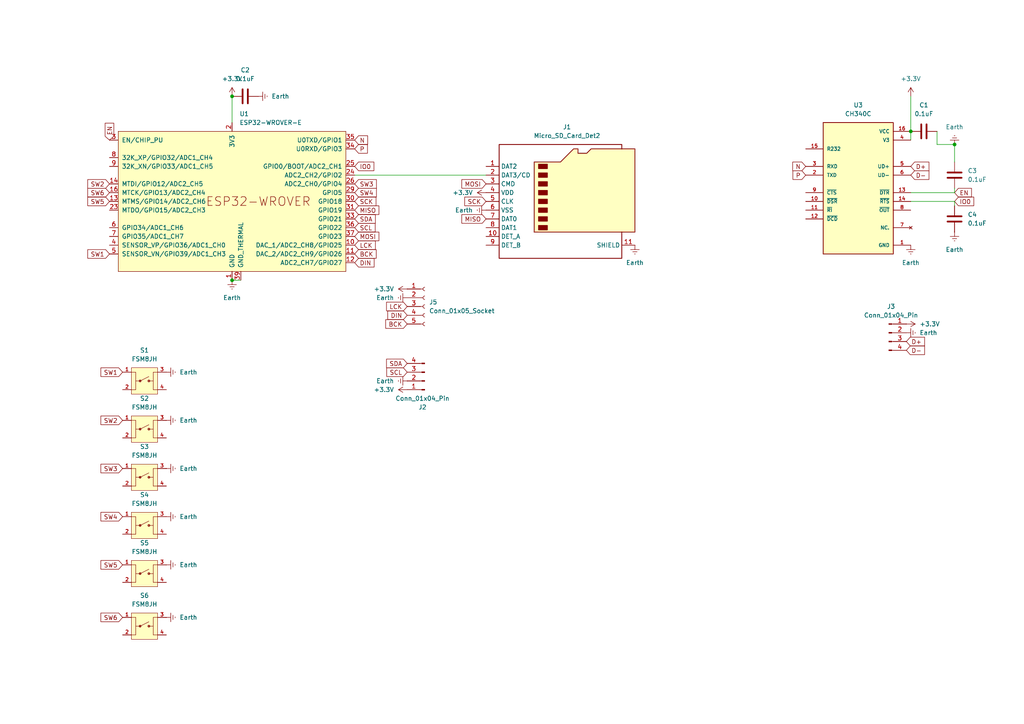
<source format=kicad_sch>
(kicad_sch (version 20250114) (generator "eeschema") (generator_version "9.0")
  (paper "A4")
  (lib_symbols
    (symbol "CH340C:CH340C" (pin_names (offset 1.016))
      (property "Reference" "U" (at -10.16 20.955 0))
      (property "Value" "CH340C" (at -10.16 -20.32 0))
      (symbol "CH340C_0_0"
        (rectangle (start -10.16 -17.78) (end 10.16 20.32) (stroke (width 0.254)) (fill (type background)))
        (pin input line (at -15.24 12.7 0) (length 5.08) (name "R232") (number "15"))
        (pin input line (at -15.24 7.62 0) (length 5.08) (name "RXD") (number "3"))
        (pin output line (at -15.24 5.08 0) (length 5.08) (name "TXD") (number "2"))
        (pin input line (at -15.24 0 0) (length 5.08) (name "~{CTS}") (number "9"))
        (pin input line (at -15.24 -2.54 0) (length 5.08) (name "~{DSR}") (number "10"))
        (pin input line (at -15.24 -5.08 0) (length 5.08) (name "~{RI}") (number "11"))
        (pin input line (at -15.24 -7.62 0) (length 5.08) (name "~{DCD}") (number "12"))
        (pin power_in line (at 15.24 17.78 180) (length 5.08) (name "VCC") (number "16"))
        (pin power_in line (at 15.24 15.24 180) (length 5.08) (name "V3") (number "4"))
        (pin bidirectional line (at 15.24 7.62 180) (length 5.08) (name "UD+") (number "5"))
        (pin bidirectional line (at 15.24 5.08 180) (length 5.08) (name "UD-") (number "6"))
        (pin output line (at 15.24 0 180) (length 5.08) (name "~{DTR}") (number "13"))
        (pin output line (at 15.24 -2.54 180) (length 5.08) (name "~{RTS}") (number "14"))
        (pin output line (at 15.24 -5.08 180) (length 5.08) (name "~{OUT}") (number "8"))
        (pin no_connect line (at 15.24 -10.16 180) (length 5.08) (name "NC.") (number "7"))
        (pin power_in line (at 15.24 -15.24 180) (length 5.08) (name "GND") (number "1"))
      )
    )
    (symbol "Connector:Conn_01x04_Pin" (pin_names (offset 1.016) (hide yes))
      (property "Reference" "J" (at 0 5.08 0))
      (property "Value" "Conn_01x04_Pin" (at 0 -7.62 0))
      (symbol "Conn_01x04_Pin_1_1"
        (rectangle (start 0.8636 2.667) (end 0 2.413) (stroke (width 0.1524)) (fill (type outline)))
        (rectangle (start 0.8636 0.127) (end 0 -0.127) (stroke (width 0.1524)) (fill (type outline)))
        (rectangle (start 0.8636 -2.413) (end 0 -2.667) (stroke (width 0.1524)) (fill (type outline)))
        (rectangle (start 0.8636 -4.953) (end 0 -5.207) (stroke (width 0.1524)) (fill (type outline)))
        (polyline (pts (xy 1.27 2.54) (xy 0.8636 2.54)) (stroke (width 0.1524)))
        (polyline (pts (xy 1.27 0) (xy 0.8636 0)) (stroke (width 0.1524)))
        (polyline (pts (xy 1.27 -2.54) (xy 0.8636 -2.54)) (stroke (width 0.1524)))
        (polyline (pts (xy 1.27 -5.08) (xy 0.8636 -5.08)) (stroke (width 0.1524)))
        (pin passive line (at 5.08 2.54 180) (length 3.81) (name "Pin_1") (number "1"))
        (pin passive line (at 5.08 0 180) (length 3.81) (name "Pin_2") (number "2"))
        (pin passive line (at 5.08 -2.54 180) (length 3.81) (name "Pin_3") (number "3"))
        (pin passive line (at 5.08 -5.08 180) (length 3.81) (name "Pin_4") (number "4"))
      )
    )
    (symbol "Connector:Conn_01x05_Socket" (pin_names (offset 1.016) (hide yes))
      (property "Reference" "J" (at 0 7.62 0))
      (property "Value" "Conn_01x05_Socket" (at 0 -7.62 0))
      (symbol "Conn_01x05_Socket_1_1"
        (polyline (pts (xy -1.27 5.08) (xy -0.508 5.08)) (stroke (width 0.1524)))
        (polyline (pts (xy -1.27 2.54) (xy -0.508 2.54)) (stroke (width 0.1524)))
        (polyline (pts (xy -1.27 0) (xy -0.508 0)) (stroke (width 0.1524)))
        (polyline (pts (xy -1.27 -2.54) (xy -0.508 -2.54)) (stroke (width 0.1524)))
        (polyline (pts (xy -1.27 -5.08) (xy -0.508 -5.08)) (stroke (width 0.1524)))
        (arc (start 0 4.572) (mid -0.5058 5.08) (end 0 5.588) (stroke (width 0.1524)))
        (arc (start 0 2.032) (mid -0.5058 2.54) (end 0 3.048) (stroke (width 0.1524)))
        (arc (start 0 -0.508) (mid -0.5058 0) (end 0 0.508) (stroke (width 0.1524)))
        (arc (start 0 -3.048) (mid -0.5058 -2.54) (end 0 -2.032) (stroke (width 0.1524)))
        (arc (start 0 -5.588) (mid -0.5058 -5.08) (end 0 -4.572) (stroke (width 0.1524)))
        (pin passive line (at -5.08 5.08 0) (length 3.81) (name "Pin_1") (number "1"))
        (pin passive line (at -5.08 2.54 0) (length 3.81) (name "Pin_2") (number "2"))
        (pin passive line (at -5.08 0 0) (length 3.81) (name "Pin_3") (number "3"))
        (pin passive line (at -5.08 -2.54 0) (length 3.81) (name "Pin_4") (number "4"))
        (pin passive line (at -5.08 -5.08 0) (length 3.81) (name "Pin_5") (number "5"))
      )
    )
    (symbol "Connector:Micro_SD_Card_Det2"
      (property "Reference" "J" (at -16.51 17.78 0))
      (property "Value" "Micro_SD_Card_Det2" (at 16.51 17.78 0))
      (symbol "Micro_SD_Card_Det2_0_1"
        (polyline (pts (xy -8.89 -8.89) (xy -8.89 11.43) (xy -1.27 11.43) (xy 2.54 15.24) (xy 3.81 15.24) (xy 3.81 13.97) (xy 6.35 13.97) (xy 7.62 15.24) (xy 20.32 15.24) (xy 20.32 -8.89) (xy -8.89 -8.89)) (stroke (width 0.254)) (fill (type background)))
        (rectangle (start -7.62 10.795) (end -5.08 9.525) (stroke (width 0.254)) (fill (type outline)))
        (rectangle (start -7.62 8.255) (end -5.08 6.985) (stroke (width 0.254)) (fill (type outline)))
        (rectangle (start -7.62 5.715) (end -5.08 4.445) (stroke (width 0.254)) (fill (type outline)))
        (rectangle (start -7.62 3.175) (end -5.08 1.905) (stroke (width 0.254)) (fill (type outline)))
        (rectangle (start -7.62 0.635) (end -5.08 -0.635) (stroke (width 0.254)) (fill (type outline)))
        (rectangle (start -7.62 -1.905) (end -5.08 -3.175) (stroke (width 0.254)) (fill (type outline)))
        (rectangle (start -7.62 -4.445) (end -5.08 -5.715) (stroke (width 0.254)) (fill (type outline)))
        (rectangle (start -7.62 -6.985) (end -5.08 -8.255) (stroke (width 0.254)) (fill (type outline)))
        (polyline (pts (xy 16.51 15.24) (xy 16.51 16.51) (xy -19.05 16.51) (xy -19.05 -16.51) (xy 16.51 -16.51) (xy 16.51 -8.89)) (stroke (width 0.254)))
      )
      (symbol "Micro_SD_Card_Det2_1_1"
        (pin bidirectional line (at -22.86 10.16 0) (length 3.81) (name "DAT2") (number "1"))
        (pin bidirectional line (at -22.86 7.62 0) (length 3.81) (name "DAT3/CD") (number "2"))
        (pin input line (at -22.86 5.08 0) (length 3.81) (name "CMD") (number "3"))
        (pin power_in line (at -22.86 2.54 0) (length 3.81) (name "VDD") (number "4"))
        (pin input line (at -22.86 0 0) (length 3.81) (name "CLK") (number "5"))
        (pin power_in line (at -22.86 -2.54 0) (length 3.81) (name "VSS") (number "6"))
        (pin bidirectional line (at -22.86 -5.08 0) (length 3.81) (name "DAT0") (number "7"))
        (pin bidirectional line (at -22.86 -7.62 0) (length 3.81) (name "DAT1") (number "8"))
        (pin passive line (at -22.86 -10.16 0) (length 3.81) (name "DET_A") (number "10"))
        (pin passive line (at -22.86 -12.7 0) (length 3.81) (name "DET_B") (number "9"))
        (pin passive line (at 20.32 -12.7 180) (length 3.81) (name "SHIELD") (number "11"))
      )
    )
    (symbol "Device:C" (pin_numbers (hide yes)) (pin_names (offset 0.254))
      (property "Reference" "C" (at 0.635 2.54 0))
      (property "Value" "C" (at 0.635 -2.54 0))
      (symbol "C_0_1"
        (polyline (pts (xy -2.032 0.762) (xy 2.032 0.762)) (stroke (width 0.508)))
        (polyline (pts (xy -2.032 -0.762) (xy 2.032 -0.762)) (stroke (width 0.508)))
      )
      (symbol "C_1_1"
        (pin passive line (at 0 3.81 270) (length 2.794) (name "~") (number "1"))
        (pin passive line (at 0 -3.81 90) (length 2.794) (name "~") (number "2"))
      )
    )
    (symbol "PCM_Espressif:ESP32-WROVER-E" (pin_names (offset 1.016))
      (property "Reference" "U" (at -30.48 25.4 0))
      (property "Value" "ESP32-WROVER-E" (at -30.48 22.86 0))
      (symbol "ESP32-WROVER-E_0_1"
        (rectangle (start -33.02 20.32) (end 33.02 -20.32) (fill (type background)))
      )
      (symbol "ESP32-WROVER-E_1_1"
        (text "ESP32-­WROVER" (at 7.62 0 0) (effects (font (size 2.54 2.54))))
        (pin input line (at -35.56 17.78 0) (length 2.54) (name "EN/CHIP_PU") (number "3"))
        (pin bidirectional line (at -35.56 12.7 0) (length 2.54) (name "32K_XP/GPIO32/ADC1_CH4") (number "8"))
        (pin bidirectional line (at -35.56 10.16 0) (length 2.54) (name "32K_XN/GPIO33/ADC1_CH5") (number "9"))
        (pin bidirectional line (at -35.56 5.08 0) (length 2.54) (name "MTDI/GPIO12/ADC2_CH5") (number "14"))
        (pin bidirectional line (at -35.56 2.54 0) (length 2.54) (name "MTCK/GPIO13/ADC2_CH4") (number "16"))
        (pin bidirectional line (at -35.56 0 0) (length 2.54) (name "MTMS/GPIO14/ADC2_CH6") (number "13"))
        (pin bidirectional line (at -35.56 -2.54 0) (length 2.54) (name "MTDO/GPIO15/ADC2_CH3") (number "23"))
        (pin input line (at -35.56 -7.62 0) (length 2.54) (name "GPIO34/ADC1_CH6") (number "6"))
        (pin input line (at -35.56 -10.16 0) (length 2.54) (name "GPIO35/ADC1_CH7") (number "7"))
        (pin input line (at -35.56 -12.7 0) (length 2.54) (name "SENSOR_VP/GPIO36/ADC1_CH0") (number "4"))
        (pin input line (at -35.56 -15.24 0) (length 2.54) (name "SENSOR_VN/GPIO39/ADC1_CH3") (number "5"))
        (pin power_in line (at 0 22.86 270) (length 2.54) (name "3V3") (number "2"))
        (pin power_in line (at 0 -22.86 90) (length 2.54) (name "GND") (number "1"))
        (pin passive line (at 0 -22.86 90) (length 2.54) (hide yes) (name "GND") (number "15"))
        (pin passive line (at 0 -22.86 90) (length 2.54) (hide yes) (name "GND") (number "38"))
        (pin power_in line (at 2.54 -22.86 90) (length 2.54) (name "GND_THERMAL") (number "39"))
        (pin bidirectional line (at 35.56 17.78 180) (length 2.54) (name "U0TXD/GPIO1") (number "35"))
        (pin bidirectional line (at 35.56 15.24 180) (length 2.54) (name "U0RXD/GPIO3") (number "34"))
        (pin bidirectional line (at 35.56 10.16 180) (length 2.54) (name "GPIO0/BOOT/ADC2_CH1") (number "25"))
        (pin bidirectional line (at 35.56 7.62 180) (length 2.54) (name "ADC2_CH2/GPIO2") (number "24"))
        (pin bidirectional line (at 35.56 5.08 180) (length 2.54) (name "ADC2_CH0/GPIO4") (number "26"))
        (pin bidirectional line (at 35.56 2.54 180) (length 2.54) (name "GPIO5") (number "29"))
        (pin bidirectional line (at 35.56 0 180) (length 2.54) (name "GPIO18") (number "30"))
        (pin bidirectional line (at 35.56 -2.54 180) (length 2.54) (name "GPIO19") (number "31"))
        (pin bidirectional line (at 35.56 -5.08 180) (length 2.54) (name "GPIO21") (number "33"))
        (pin bidirectional line (at 35.56 -7.62 180) (length 2.54) (name "GPIO22") (number "36"))
        (pin bidirectional line (at 35.56 -10.16 180) (length 2.54) (name "GPIO23") (number "37"))
        (pin bidirectional line (at 35.56 -12.7 180) (length 2.54) (name "DAC_1/ADC2_CH8/GPIO25") (number "10"))
        (pin bidirectional line (at 35.56 -15.24 180) (length 2.54) (name "DAC_2/ADC2_CH9/GPIO26") (number "11"))
        (pin bidirectional line (at 35.56 -17.78 180) (length 2.54) (name "ADC2_CH7/GPIO27") (number "12"))
      )
    )
    (symbol "Push Button:FSM8JH" (pin_names (offset 1.016))
      (property "Reference" "S" (at -4.3222 4.068 0))
      (property "Value" "FSM8JH" (at -4.0644 -5.3346 0))
      (symbol "FSM8JH_0_0"
        (polyline (pts (xy -3.81 2.54) (xy -2.54 2.54)) (stroke (width 0.127)))
        (rectangle (start -3.81 -3.81) (end 3.81 3.81) (stroke (width 0.127)) (fill (type background)))
        (polyline (pts (xy -2.54 2.54) (xy -2.54 -2.54)) (stroke (width 0.127)))
        (polyline (pts (xy -2.54 0) (xy -1.27 0)) (stroke (width 0.127)))
        (polyline (pts (xy -2.54 -2.54) (xy -3.81 -2.54)) (stroke (width 0.127)))
        (circle (center -1.27 0) (radius 0.254) (stroke (width 0.2159)))
        (polyline (pts (xy -1.27 0) (xy 1.27 1.27)) (stroke (width 0.127)))
        (polyline (pts (xy 1.27 0) (xy 2.54 0)) (stroke (width 0.127)))
        (circle (center 1.27 0) (radius 0.254) (stroke (width 0.2159)))
        (polyline (pts (xy 2.54 2.54) (xy 2.54 -2.54)) (stroke (width 0.127)))
        (polyline (pts (xy 2.54 -2.54) (xy 3.81 -2.54)) (stroke (width 0.127)))
        (polyline (pts (xy 3.81 2.54) (xy 2.54 2.54)) (stroke (width 0.127)))
        (pin passive line (at -6.35 2.54 0) (length 2.54) (name "~") (number "1"))
        (pin passive line (at -6.35 -2.54 0) (length 2.54) (name "~") (number "2"))
        (pin passive line (at 6.35 2.54 180) (length 2.54) (name "~") (number "3"))
        (pin passive line (at 6.35 -2.54 180) (length 2.54) (name "~") (number "4"))
      )
    )
    (symbol "power:+3.3V" (power) (pin_numbers (hide yes)) (pin_names (offset 0) (hide yes))
      (property "Value" "+3.3V" (at 0 3.556 0))
      (symbol "+3.3V_0_1"
        (polyline (pts (xy -0.762 1.27) (xy 0 2.54)))
        (polyline (pts (xy 0 2.54) (xy 0.762 1.27)))
        (polyline (pts (xy 0 0) (xy 0 2.54)))
      )
      (symbol "+3.3V_1_1"
        (pin power_in line (at 0 0 90) (length 0) (name "~") (number "1"))
      )
    )
    (symbol "power:Earth" (power) (pin_numbers (hide yes)) (pin_names (offset 0) (hide yes))
      (property "Value" "Earth" (at 0 -3.81 0))
      (symbol "Earth_0_1"
        (polyline (pts (xy -0.635 -1.905) (xy 0.635 -1.905)))
        (polyline (pts (xy -0.127 -2.54) (xy 0.127 -2.54)))
        (polyline (pts (xy 0 -1.27) (xy 0 0)))
        (polyline (pts (xy 1.27 -1.27) (xy -1.27 -1.27)))
      )
      (symbol "Earth_1_1"
        (pin power_in line (at 0 0 270) (length 0) (name "~") (number "1"))
      )
    )
  )
  (junction (at 67.31 81.28))
  (junction (at 264.16 38.1))
  (junction (at 276.86 41.91))
  (junction (at 67.31 27.94))
  (wire (pts (xy 102.87 50.8) (xy 140.97 50.8)))
  (wire (pts (xy 276.86 58.42) (xy 276.86 59.69)))
  (wire (pts (xy 264.16 55.88) (xy 276.86 55.88)))
  (wire (pts (xy 276.86 55.88) (xy 276.86 54.61)))
  (wire (pts (xy 264.16 38.1) (xy 264.16 40.64)))
  (wire (pts (xy 264.16 58.42) (xy 276.86 58.42)))
  (wire (pts (xy 67.31 27.94) (xy 67.31 35.56)))
  (wire (pts (xy 271.78 38.1) (xy 271.78 41.91)))
  (wire (pts (xy 264.16 27.94) (xy 264.16 38.1)))
  (wire (pts (xy 271.78 41.91) (xy 276.86 41.91)))
  (wire (pts (xy 276.86 41.91) (xy 276.86 46.99)))
  (wire (pts (xy 67.31 81.28) (xy 69.85 81.28)))
  (global_label "LCK" (shape input) (at 118.11 88.9 180) (property "Intersheetrefs" "${INTERSHEET_REFS}" (effects (hide yes))))
  (global_label "SW4" (shape input) (at 35.56 149.86 180) (property "Intersheetrefs" "${INTERSHEET_REFS}" (effects (hide yes))))
  (global_label "D+" (shape input) (at 264.16 48.26 0) (property "Intersheetrefs" "${INTERSHEET_REFS}" (effects (hide yes))))
  (global_label "SW1" (shape input) (at 31.75 73.66 180) (property "Intersheetrefs" "${INTERSHEET_REFS}" (effects (hide yes))))
  (global_label "BCK" (shape input) (at 102.87 73.66 0) (property "Intersheetrefs" "${INTERSHEET_REFS}" (effects (hide yes))))
  (global_label "SDA" (shape input) (at 102.87 63.5 0) (property "Intersheetrefs" "${INTERSHEET_REFS}" (effects (hide yes))))
  (global_label "SW2" (shape input) (at 31.75 53.34 180) (property "Intersheetrefs" "${INTERSHEET_REFS}" (effects (hide yes))))
  (global_label "MISO" (shape input) (at 102.87 60.96 0) (property "Intersheetrefs" "${INTERSHEET_REFS}" (effects (hide yes))))
  (global_label "SW1" (shape input) (at 35.56 107.95 180) (property "Intersheetrefs" "${INTERSHEET_REFS}" (effects (hide yes))))
  (global_label "MISO" (shape input) (at 140.97 63.5 180) (property "Intersheetrefs" "${INTERSHEET_REFS}" (effects (hide yes))))
  (global_label "N" (shape input) (at 233.68 48.26 180) (property "Intersheetrefs" "${INTERSHEET_REFS}" (effects (hide yes))))
  (global_label "LCK" (shape input) (at 102.87 71.12 0) (property "Intersheetrefs" "${INTERSHEET_REFS}" (effects (hide yes))))
  (global_label "SW4" (shape input) (at 102.87 55.88 0) (property "Intersheetrefs" "${INTERSHEET_REFS}" (effects (hide yes))))
  (global_label "DIN" (shape input) (at 118.11 91.44 180) (property "Intersheetrefs" "${INTERSHEET_REFS}" (effects (hide yes))))
  (global_label "IO0" (shape input) (at 276.86 58.42 0) (property "Intersheetrefs" "${INTERSHEET_REFS}" (effects (hide yes))))
  (global_label "D+" (shape input) (at 262.89 99.06 0) (property "Intersheetrefs" "${INTERSHEET_REFS}" (effects (hide yes))))
  (global_label "SCK" (shape input) (at 102.87 58.42 0) (property "Intersheetrefs" "${INTERSHEET_REFS}" (effects (hide yes))))
  (global_label "P" (shape input) (at 233.68 50.8 180) (property "Intersheetrefs" "${INTERSHEET_REFS}" (effects (hide yes))))
  (global_label "D-" (shape input) (at 262.89 101.6 0) (property "Intersheetrefs" "${INTERSHEET_REFS}" (effects (hide yes))))
  (global_label "SCL" (shape input) (at 102.87 66.04 0) (property "Intersheetrefs" "${INTERSHEET_REFS}" (effects (hide yes))))
  (global_label "BCK" (shape input) (at 118.11 93.98 180) (property "Intersheetrefs" "${INTERSHEET_REFS}" (effects (hide yes))))
  (global_label "SW6" (shape input) (at 31.75 55.88 180) (property "Intersheetrefs" "${INTERSHEET_REFS}" (effects (hide yes))))
  (global_label "SCL" (shape input) (at 118.11 107.95 180) (property "Intersheetrefs" "${INTERSHEET_REFS}" (effects (hide yes))))
  (global_label "SW5" (shape input) (at 31.75 58.42 180) (property "Intersheetrefs" "${INTERSHEET_REFS}" (effects (hide yes))))
  (global_label "SCK" (shape input) (at 140.97 58.42 180) (property "Intersheetrefs" "${INTERSHEET_REFS}" (effects (hide yes))))
  (global_label "SW2" (shape input) (at 35.56 121.92 180) (property "Intersheetrefs" "${INTERSHEET_REFS}" (effects (hide yes))))
  (global_label "P" (shape input) (at 102.87 43.18 0) (property "Intersheetrefs" "${INTERSHEET_REFS}" (effects (hide yes))))
  (global_label "MOSI" (shape input) (at 102.87 68.58 0) (property "Intersheetrefs" "${INTERSHEET_REFS}" (effects (hide yes))))
  (global_label "SW6" (shape input) (at 35.56 179.07 180) (property "Intersheetrefs" "${INTERSHEET_REFS}" (effects (hide yes))))
  (global_label "SDA" (shape input) (at 118.11 105.41 180) (property "Intersheetrefs" "${INTERSHEET_REFS}" (effects (hide yes))))
  (global_label "N" (shape input) (at 102.87 40.64 0) (property "Intersheetrefs" "${INTERSHEET_REFS}" (effects (hide yes))))
  (global_label "SW3" (shape input) (at 102.87 53.34 0) (property "Intersheetrefs" "${INTERSHEET_REFS}" (effects (hide yes))))
  (global_label "EN" (shape input) (at 31.75 40.64 90) (property "Intersheetrefs" "${INTERSHEET_REFS}" (effects (hide yes))))
  (global_label "IO0" (shape input) (at 102.87 48.26 0) (property "Intersheetrefs" "${INTERSHEET_REFS}" (effects (hide yes))))
  (global_label "D-" (shape input) (at 264.16 50.8 0) (property "Intersheetrefs" "${INTERSHEET_REFS}" (effects (hide yes))))
  (global_label "DIN" (shape input) (at 102.87 76.2 0) (property "Intersheetrefs" "${INTERSHEET_REFS}" (effects (hide yes))))
  (global_label "MOSI" (shape input) (at 140.97 53.34 180) (property "Intersheetrefs" "${INTERSHEET_REFS}" (effects (hide yes))))
  (global_label "SW5" (shape input) (at 35.56 163.83 180) (property "Intersheetrefs" "${INTERSHEET_REFS}" (effects (hide yes))))
  (global_label "EN" (shape input) (at 276.86 55.88 0) (property "Intersheetrefs" "${INTERSHEET_REFS}" (effects (hide yes))))
  (global_label "SW3" (shape input) (at 35.56 135.89 180) (property "Intersheetrefs" "${INTERSHEET_REFS}" (effects (hide yes))))
  (symbol (lib_id "power:+3.3V") (at 264.16 27.94 0) (unit 1)
    (property "Reference" "#PWR023" (effects (hide yes)))
    (property "Value" "+3.3V" (at 264.16 22.86 0))
    (property "Description" "Power symbol creates a global label with name \"+3.3V\"" (effects (hide yes)))
  )
  (symbol (lib_id "power:+3.3V") (at 140.97 55.88 90) (unit 1)
    (property "Reference" "#PWR06" (effects (hide yes)))
    (property "Value" "+3.3V" (at 137.16 55.8799 90) (effects (justify left)))
    (property "Description" "Power symbol creates a global label with name \"+3.3V\"" (effects (hide yes)))
  )
  (symbol (lib_id "power:Earth") (at 140.97 60.96 270) (unit 1)
    (property "Reference" "#PWR03" (effects (hide yes)))
    (property "Value" "Earth" (at 137.16 60.9599 90) (effects (justify right)))
    (property "Description" "Power symbol creates a global label with name \"Earth\"" (effects (hide yes)))
  )
  (symbol (lib_id "power:Earth") (at 184.15 71.12 0) (unit 1)
    (property "Reference" "#PWR01" (effects (hide yes)))
    (property "Value" "Earth" (at 184.15 76.2 0))
    (property "Description" "Power symbol creates a global label with name \"Earth\"" (effects (hide yes)))
  )
  (symbol (lib_id "Device:C") (at 71.12 27.94 90) (unit 1)
    (property "Reference" "C2" (at 71.12 20.32 90))
    (property "Value" "0.1uF" (at 71.12 22.86 90))
    (property "Footprint" "Capacitor_SMD:C_0805_2012Metric" (effects (hide yes)))
    (property "Description" "Unpolarized capacitor" (effects (hide yes)))
  )
  (symbol (lib_id "PCM_Espressif:ESP32-WROVER-E") (at 67.31 58.42 0) (unit 1)
    (property "Reference" "U1" (at 69.4533 33.02 0) (effects (justify left)))
    (property "Value" "ESP32-WROVER-E" (at 69.4533 35.56 0) (effects (justify left)))
    (property "Footprint" "PCM_Espressif:ESP32-WROVER-E" (effects (hide yes)))
    (property "Datasheet" "https://www.espressif.com/sites/default/files/documentation/esp32-wrover-e_esp32-wrover-ie_datasheet_en.pdf" (effects (hide yes)))
    (property "Description" "ESP32-WROVER-E and ESP32-WROVER-IE are two powerful, generic WiFi-BT-BLE MCU modules that target a wide variety of applications, ranging from low-power sensor networks to the most demanding tasks, such as voice encoding, music streaming and MP3 decoding. ESP32-WROVER-E comes with a PCB antenna, and ESP32-WROVER-IE with an IPEX antenna. They both featurea 4 MB external SPI flash and an additional 8 MB SPI Pseudo static RAM (PSRAM)." (effects (hide yes)))
  )
  (symbol (lib_id "power:Earth") (at 48.26 121.92 90) (unit 1)
    (property "Reference" "#PWR018" (effects (hide yes)))
    (property "Value" "Earth" (at 52.07 121.9199 90) (effects (justify right)))
    (property "Description" "Power symbol creates a global label with name \"Earth\"" (effects (hide yes)))
  )
  (symbol (lib_id "power:Earth") (at 262.89 96.52 90) (unit 1)
    (property "Reference" "#PWR011" (effects (hide yes)))
    (property "Value" "Earth" (at 266.7 96.5199 90) (effects (justify right)))
    (property "Description" "Power symbol creates a global label with name \"Earth\"" (effects (hide yes)))
  )
  (symbol (lib_id "Push Button:FSM8JH") (at 41.91 124.46 0) (unit 1)
    (property "Reference" "S2" (at 41.91 115.57 0))
    (property "Value" "FSM8JH" (at 41.91 118.11 0))
    (property "Footprint" "Push Button:SW_FSM8JH" (effects (hide yes)))
    (property "MF" "TE Connectivity" (effects (hide yes)))
    (property "Description_1" "Switch,Pushbutton,Tactile,SPST,Thru Hole,Vertical,6MM,Black | TE Connectivity FSM8JH" (effects (hide yes)))
    (property "Package" "None" (effects (hide yes)))
    (property "Price" "None" (effects (hide yes)))
    (property "Check_prices" "https://www.snapeda.com/parts/FSM8JH/TE+Connectivity+ALCOSWITCH+Switches/view-part/?ref=eda" (effects (hide yes)))
    (property "STANDARD" "MANUFACTURER RECOMMENDATIONS" (effects (hide yes)))
    (property "PARTREV" "C10" (effects (hide yes)))
    (property "SnapEDA_Link" "https://www.snapeda.com/parts/FSM8JH/TE+Connectivity+ALCOSWITCH+Switches/view-part/?ref=snap" (effects (hide yes)))
    (property "MP" "FSM8JH" (effects (hide yes)))
    (property "Availability" "In Stock" (effects (hide yes)))
    (property "MANUFACTURER" "TE CONNECTIVITY" (effects (hide yes)))
  )
  (symbol (lib_id "Push Button:FSM8JH") (at 41.91 110.49 0) (unit 1)
    (property "Reference" "S1" (at 41.91 101.6 0))
    (property "Value" "FSM8JH" (at 41.91 104.14 0))
    (property "Footprint" "Push Button:SW_FSM8JH" (effects (hide yes)))
    (property "MF" "TE Connectivity" (effects (hide yes)))
    (property "Description_1" "Switch,Pushbutton,Tactile,SPST,Thru Hole,Vertical,6MM,Black | TE Connectivity FSM8JH" (effects (hide yes)))
    (property "Package" "None" (effects (hide yes)))
    (property "Price" "None" (effects (hide yes)))
    (property "Check_prices" "https://www.snapeda.com/parts/FSM8JH/TE+Connectivity+ALCOSWITCH+Switches/view-part/?ref=eda" (effects (hide yes)))
    (property "STANDARD" "MANUFACTURER RECOMMENDATIONS" (effects (hide yes)))
    (property "PARTREV" "C10" (effects (hide yes)))
    (property "SnapEDA_Link" "https://www.snapeda.com/parts/FSM8JH/TE+Connectivity+ALCOSWITCH+Switches/view-part/?ref=snap" (effects (hide yes)))
    (property "MP" "FSM8JH" (effects (hide yes)))
    (property "Availability" "In Stock" (effects (hide yes)))
    (property "MANUFACTURER" "TE CONNECTIVITY" (effects (hide yes)))
  )
  (symbol (lib_id "power:Earth") (at 118.11 110.49 270) (unit 1)
    (property "Reference" "#PWR04" (effects (hide yes)))
    (property "Value" "Earth" (at 114.3 110.4901 90) (effects (justify right)))
    (property "Description" "Power symbol creates a global label with name \"Earth\"" (effects (hide yes)))
  )
  (symbol (lib_id "CH340C:CH340C") (at 248.92 55.88 0) (unit 1)
    (property "Reference" "U3" (at 248.92 30.48 0))
    (property "Value" "CH340C" (at 248.92 33.02 0))
    (property "Footprint" "CH340C:SOIC127P600X180-16N" (effects (hide yes)))
    (property "MF" "WCH" (effects (hide yes)))
    (property "MAXIMUM_PACKAGE_HEIGHT" "1.8 mm" (effects (hide yes)))
    (property "Package" "None" (effects (hide yes)))
    (property "Price" "None" (effects (hide yes)))
    (property "Check_prices" "https://www.snapeda.com/parts/CH340C/WCH/view-part/?ref=eda" (effects (hide yes)))
    (property "STANDARD" "IPC 7351B" (effects (hide yes)))
    (property "PARTREV" "2G" (effects (hide yes)))
    (property "SnapEDA_Link" "https://www.snapeda.com/parts/CH340C/WCH/view-part/?ref=snap" (effects (hide yes)))
    (property "MP" "CH340C" (effects (hide yes)))
    (property "Description_1" "USB to serial chip CH340" (effects (hide yes)))
    (property "Availability" "Not in stock" (effects (hide yes)))
    (property "MANUFACTURER" "WCH" (effects (hide yes)))
  )
  (symbol (lib_id "power:Earth") (at 48.26 163.83 90) (unit 1)
    (property "Reference" "#PWR021" (effects (hide yes)))
    (property "Value" "Earth" (at 52.07 163.8299 90) (effects (justify right)))
    (property "Description" "Power symbol creates a global label with name \"Earth\"" (effects (hide yes)))
  )
  (symbol (lib_id "power:Earth") (at 276.86 41.91 180) (unit 1)
    (property "Reference" "#PWR014" (effects (hide yes)))
    (property "Value" "Earth" (at 276.86 36.83 0))
    (property "Description" "Power symbol creates a global label with name \"Earth\"" (effects (hide yes)))
  )
  (symbol (lib_id "Device:C") (at 276.86 50.8 180) (unit 1)
    (property "Reference" "C3" (at 280.67 49.5299 0) (effects (justify right)))
    (property "Value" "0.1uF" (at 280.67 52.0699 0) (effects (justify right)))
    (property "Footprint" "Capacitor_SMD:C_0805_2012Metric" (effects (hide yes)))
    (property "Description" "Unpolarized capacitor" (effects (hide yes)))
  )
  (symbol (lib_id "Device:C") (at 267.97 38.1 90) (unit 1)
    (property "Reference" "C1" (at 267.97 30.48 90))
    (property "Value" "0.1uF" (at 267.97 33.02 90))
    (property "Footprint" "Capacitor_SMD:C_0805_2012Metric" (effects (hide yes)))
    (property "Description" "Unpolarized capacitor" (effects (hide yes)))
  )
  (symbol (lib_id "power:+3.3V") (at 118.11 83.82 90) (unit 1)
    (property "Reference" "#PWR09" (effects (hide yes)))
    (property "Value" "+3.3V" (at 114.3 83.8199 90) (effects (justify left)))
    (property "Description" "Power symbol creates a global label with name \"+3.3V\"" (effects (hide yes)))
  )
  (symbol (lib_id "power:Earth") (at 264.16 71.12 0) (unit 1)
    (property "Reference" "#PWR08" (effects (hide yes)))
    (property "Value" "Earth" (at 264.16 76.2 0))
    (property "Description" "Power symbol creates a global label with name \"Earth\"" (effects (hide yes)))
  )
  (symbol (lib_id "Push Button:FSM8JH") (at 41.91 138.43 0) (unit 1)
    (property "Reference" "S3" (at 41.91 129.54 0))
    (property "Value" "FSM8JH" (at 41.91 132.08 0))
    (property "Footprint" "Push Button:SW_FSM8JH" (effects (hide yes)))
    (property "MF" "TE Connectivity" (effects (hide yes)))
    (property "Description_1" "Switch,Pushbutton,Tactile,SPST,Thru Hole,Vertical,6MM,Black | TE Connectivity FSM8JH" (effects (hide yes)))
    (property "Package" "None" (effects (hide yes)))
    (property "Price" "None" (effects (hide yes)))
    (property "Check_prices" "https://www.snapeda.com/parts/FSM8JH/TE+Connectivity+ALCOSWITCH+Switches/view-part/?ref=eda" (effects (hide yes)))
    (property "STANDARD" "MANUFACTURER RECOMMENDATIONS" (effects (hide yes)))
    (property "PARTREV" "C10" (effects (hide yes)))
    (property "SnapEDA_Link" "https://www.snapeda.com/parts/FSM8JH/TE+Connectivity+ALCOSWITCH+Switches/view-part/?ref=snap" (effects (hide yes)))
    (property "MP" "FSM8JH" (effects (hide yes)))
    (property "Availability" "In Stock" (effects (hide yes)))
    (property "MANUFACTURER" "TE CONNECTIVITY" (effects (hide yes)))
  )
  (symbol (lib_id "power:Earth") (at 48.26 107.95 90) (unit 1)
    (property "Reference" "#PWR017" (effects (hide yes)))
    (property "Value" "Earth" (at 52.07 107.9499 90) (effects (justify right)))
    (property "Description" "Power symbol creates a global label with name \"Earth\"" (effects (hide yes)))
  )
  (symbol (lib_id "Push Button:FSM8JH") (at 41.91 181.61 0) (unit 1)
    (property "Reference" "S6" (at 41.91 172.72 0))
    (property "Value" "FSM8JH" (at 41.91 175.26 0))
    (property "Footprint" "Push Button:SW_FSM8JH" (effects (hide yes)))
    (property "MF" "TE Connectivity" (effects (hide yes)))
    (property "Description_1" "Switch,Pushbutton,Tactile,SPST,Thru Hole,Vertical,6MM,Black | TE Connectivity FSM8JH" (effects (hide yes)))
    (property "Package" "None" (effects (hide yes)))
    (property "Price" "None" (effects (hide yes)))
    (property "Check_prices" "https://www.snapeda.com/parts/FSM8JH/TE+Connectivity+ALCOSWITCH+Switches/view-part/?ref=eda" (effects (hide yes)))
    (property "STANDARD" "MANUFACTURER RECOMMENDATIONS" (effects (hide yes)))
    (property "PARTREV" "C10" (effects (hide yes)))
    (property "SnapEDA_Link" "https://www.snapeda.com/parts/FSM8JH/TE+Connectivity+ALCOSWITCH+Switches/view-part/?ref=snap" (effects (hide yes)))
    (property "MP" "FSM8JH" (effects (hide yes)))
    (property "Availability" "In Stock" (effects (hide yes)))
    (property "MANUFACTURER" "TE CONNECTIVITY" (effects (hide yes)))
  )
  (symbol (lib_id "power:Earth") (at 276.86 67.31 0) (unit 1)
    (property "Reference" "#PWR015" (effects (hide yes)))
    (property "Value" "Earth" (at 276.86 72.39 0))
    (property "Description" "Power symbol creates a global label with name \"Earth\"" (effects (hide yes)))
  )
  (symbol (lib_id "power:+3.3V") (at 262.89 93.98 270) (unit 1)
    (property "Reference" "#PWR010" (effects (hide yes)))
    (property "Value" "+3.3V" (at 266.7 93.9799 90) (effects (justify left)))
    (property "Description" "Power symbol creates a global label with name \"+3.3V\"" (effects (hide yes)))
  )
  (symbol (lib_id "power:Earth") (at 48.26 135.89 90) (unit 1)
    (property "Reference" "#PWR019" (effects (hide yes)))
    (property "Value" "Earth" (at 52.07 135.8899 90) (effects (justify right)))
    (property "Description" "Power symbol creates a global label with name \"Earth\"" (effects (hide yes)))
  )
  (symbol (lib_id "power:+3.3V") (at 67.31 27.94 0) (unit 1)
    (property "Reference" "#PWR05" (effects (hide yes)))
    (property "Value" "+3.3V" (at 67.31 22.86 0))
    (property "Description" "Power symbol creates a global label with name \"+3.3V\"" (effects (hide yes)))
  )
  (symbol (lib_id "power:Earth") (at 48.26 179.07 90) (unit 1)
    (property "Reference" "#PWR022" (effects (hide yes)))
    (property "Value" "Earth" (at 52.07 179.0699 90) (effects (justify right)))
    (property "Description" "Power symbol creates a global label with name \"Earth\"" (effects (hide yes)))
  )
  (symbol (lib_id "Connector:Micro_SD_Card_Det2") (at 163.83 58.42 0) (unit 1)
    (property "Reference" "J1" (at 164.465 36.83 0))
    (property "Value" "Micro_SD_Card_Det2" (at 164.465 39.37 0))
    (property "Footprint" "Connector_Card:microSD_HC_Hirose_DM3AT-SF-PEJM5" (effects (hide yes)))
    (property "Datasheet" "https://www.hirose.com/en/product/document?clcode=&productname=&series=DM3&documenttype=Catalog&lang=en&documentid=D49662_en" (effects (hide yes)))
    (property "Description" "Micro SD Card Socket with two card detection pins" (effects (hide yes)))
  )
  (symbol (lib_id "power:Earth") (at 74.93 27.94 90) (unit 1)
    (property "Reference" "#PWR013" (effects (hide yes)))
    (property "Value" "Earth" (at 78.74 27.9399 90) (effects (justify right)))
    (property "Description" "Power symbol creates a global label with name \"Earth\"" (effects (hide yes)))
  )
  (symbol (lib_id "power:+3.3V") (at 118.11 113.03 90) (unit 1)
    (property "Reference" "#PWR07" (effects (hide yes)))
    (property "Value" "+3.3V" (at 114.3 113.0301 90) (effects (justify left)))
    (property "Description" "Power symbol creates a global label with name \"+3.3V\"" (effects (hide yes)))
  )
  (symbol (lib_id "power:Earth") (at 48.26 149.86 90) (unit 1)
    (property "Reference" "#PWR020" (effects (hide yes)))
    (property "Value" "Earth" (at 52.07 149.8599 90) (effects (justify right)))
    (property "Description" "Power symbol creates a global label with name \"Earth\"" (effects (hide yes)))
  )
  (symbol (lib_id "Connector:Conn_01x04_Pin") (at 123.19 110.49 180) (unit 1)
    (property "Reference" "J2" (at 122.555 118.11 0))
    (property "Value" "Conn_01x04_Pin" (at 122.555 115.57 0))
    (property "Footprint" "Seeed Studio XIAO Series Library:MODULE_DM-OLED096-636" (effects (hide yes)))
    (property "Description" "Generic connector, single row, 01x04, script generated" (effects (hide yes)))
  )
  (symbol (lib_id "power:Earth") (at 67.31 81.28 0) (unit 1)
    (property "Reference" "#PWR02" (effects (hide yes)))
    (property "Value" "Earth" (at 67.31 86.36 0))
    (property "Description" "Power symbol creates a global label with name \"Earth\"" (effects (hide yes)))
  )
  (symbol (lib_id "Connector:Conn_01x04_Pin") (at 257.81 96.52 0) (unit 1)
    (property "Reference" "J3" (at 258.445 88.9 0))
    (property "Value" "Conn_01x04_Pin" (at 258.445 91.44 0))
    (property "Footprint" "Connector_PinHeader_1.27mm:PinHeader_1x04_P1.27mm_Vertical" (effects (hide yes)))
    (property "Description" "Generic connector, single row, 01x04, script generated" (effects (hide yes)))
  )
  (symbol (lib_id "Connector:Conn_01x05_Socket") (at 123.19 88.9 0) (unit 1)
    (property "Reference" "J5" (at 124.46 87.6299 0) (effects (justify left)))
    (property "Value" "Conn_01x05_Socket" (at 124.46 90.1699 0) (effects (justify left)))
    (property "Footprint" "Connector_PinHeader_1.00mm:PinHeader_1x05_P1.00mm_Horizontal" (effects (hide yes)))
    (property "Description" "Generic connector, single row, 01x05, script generated" (effects (hide yes)))
  )
  (symbol (lib_id "Push Button:FSM8JH") (at 41.91 152.4 0) (unit 1)
    (property "Reference" "S4" (at 41.91 143.51 0))
    (property "Value" "FSM8JH" (at 41.91 146.05 0))
    (property "Footprint" "Push Button:SW_FSM8JH" (effects (hide yes)))
    (property "MF" "TE Connectivity" (effects (hide yes)))
    (property "Description_1" "Switch,Pushbutton,Tactile,SPST,Thru Hole,Vertical,6MM,Black | TE Connectivity FSM8JH" (effects (hide yes)))
    (property "Package" "None" (effects (hide yes)))
    (property "Price" "None" (effects (hide yes)))
    (property "Check_prices" "https://www.snapeda.com/parts/FSM8JH/TE+Connectivity+ALCOSWITCH+Switches/view-part/?ref=eda" (effects (hide yes)))
    (property "STANDARD" "MANUFACTURER RECOMMENDATIONS" (effects (hide yes)))
    (property "PARTREV" "C10" (effects (hide yes)))
    (property "SnapEDA_Link" "https://www.snapeda.com/parts/FSM8JH/TE+Connectivity+ALCOSWITCH+Switches/view-part/?ref=snap" (effects (hide yes)))
    (property "MP" "FSM8JH" (effects (hide yes)))
    (property "Availability" "In Stock" (effects (hide yes)))
    (property "MANUFACTURER" "TE CONNECTIVITY" (effects (hide yes)))
  )
  (symbol (lib_id "Push Button:FSM8JH") (at 41.91 166.37 0) (unit 1)
    (property "Reference" "S5" (at 41.91 157.48 0))
    (property "Value" "FSM8JH" (at 41.91 160.02 0))
    (property "Footprint" "Push Button:SW_FSM8JH" (effects (hide yes)))
    (property "MF" "TE Connectivity" (effects (hide yes)))
    (property "Description_1" "Switch,Pushbutton,Tactile,SPST,Thru Hole,Vertical,6MM,Black | TE Connectivity FSM8JH" (effects (hide yes)))
    (property "Package" "None" (effects (hide yes)))
    (property "Price" "None" (effects (hide yes)))
    (property "Check_prices" "https://www.snapeda.com/parts/FSM8JH/TE+Connectivity+ALCOSWITCH+Switches/view-part/?ref=eda" (effects (hide yes)))
    (property "STANDARD" "MANUFACTURER RECOMMENDATIONS" (effects (hide yes)))
    (property "PARTREV" "C10" (effects (hide yes)))
    (property "SnapEDA_Link" "https://www.snapeda.com/parts/FSM8JH/TE+Connectivity+ALCOSWITCH+Switches/view-part/?ref=snap" (effects (hide yes)))
    (property "MP" "FSM8JH" (effects (hide yes)))
    (property "Availability" "In Stock" (effects (hide yes)))
    (property "MANUFACTURER" "TE CONNECTIVITY" (effects (hide yes)))
  )
  (symbol (lib_id "Device:C") (at 276.86 63.5 180) (unit 1)
    (property "Reference" "C4" (at 280.67 62.2299 0) (effects (justify right)))
    (property "Value" "0.1uF" (at 280.67 64.7699 0) (effects (justify right)))
    (property "Footprint" "Capacitor_SMD:C_0805_2012Metric" (effects (hide yes)))
    (property "Description" "Unpolarized capacitor" (effects (hide yes)))
  )
  (symbol (lib_id "power:Earth") (at 118.11 86.36 270) (unit 1)
    (property "Reference" "#PWR016" (effects (hide yes)))
    (property "Value" "Earth" (at 114.3 86.3599 90) (effects (justify right)))
    (property "Description" "Power symbol creates a global label with name \"Earth\"" (effects (hide yes)))
  )
)
</source>
